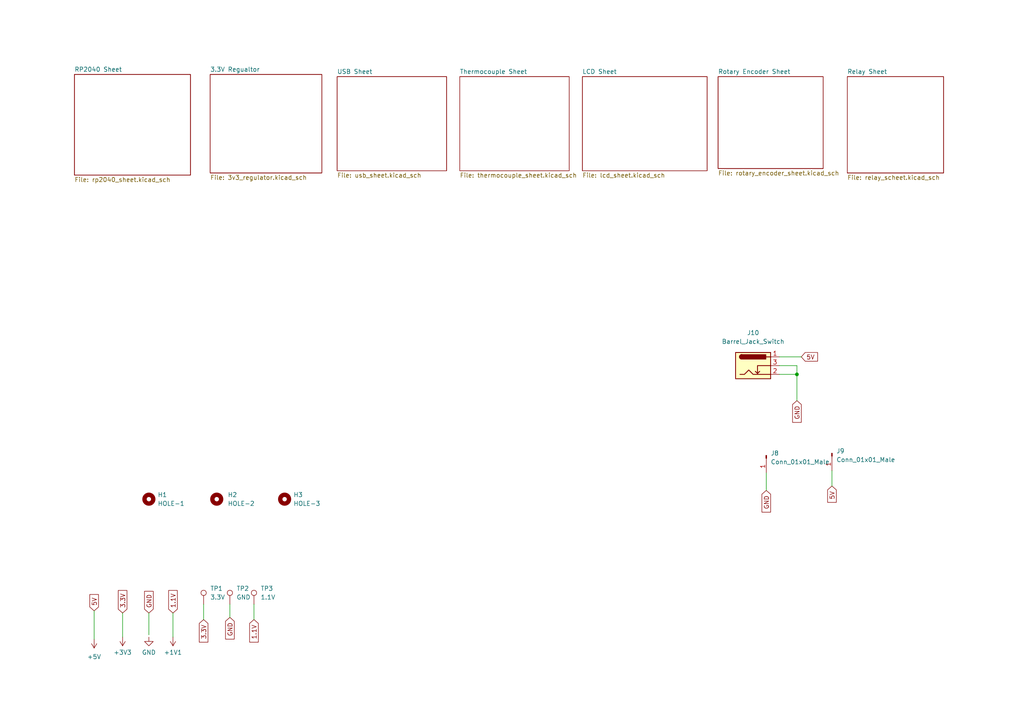
<source format=kicad_sch>
(kicad_sch (version 20211123) (generator eeschema)
  (paper "A4")
  (lib_symbols
    (symbol "Connector:Barrel_Jack_Switch" (pin_names hide)
      (property "Reference" "J" (at 0 5.334 0))
      (property "Value" "Barrel_Jack_Switch" (at 0 -5.08 0))
      (symbol "Barrel_Jack_Switch_0_1"
        (rectangle (start -5.08 3.81) (end 5.08 -3.81) (stroke (width 0.254)) (fill (type background)))
        (arc (start -3.302 3.175) (mid -3.937 2.54) (end -3.302 1.905) (stroke (width 0.254)))
        (arc (start -3.302 3.175) (mid -3.937 2.54) (end -3.302 1.905) (stroke (width 0.254)) (fill (type outline)))
        (polyline (pts (xy 1.27 -2.286) (xy 1.905 -1.651)) (stroke (width 0.254)))
        (polyline (pts (xy 5.08 2.54) (xy 3.81 2.54)) (stroke (width 0.254)))
        (polyline (pts (xy 5.08 0) (xy 1.27 0) (xy 1.27 -2.286) (xy 0.635 -1.651)) (stroke (width 0.254)))
        (polyline (pts (xy -3.81 -2.54) (xy -2.54 -2.54) (xy -1.27 -1.27) (xy 0 -2.54) (xy 2.54 -2.54) (xy 5.08 -2.54)) (stroke (width 0.254)))
        (rectangle (start 3.683 3.175) (end -3.302 1.905) (stroke (width 0.254)) (fill (type outline)))
      )
      (symbol "Barrel_Jack_Switch_1_1"
        (pin passive line (at 7.62 2.54 180) (length 2.54) (name "~") (number "1"))
        (pin passive line (at 7.62 -2.54 180) (length 2.54) (name "~") (number "2"))
        (pin passive line (at 7.62 0 180) (length 2.54) (name "~") (number "3"))
      )
    )
    (symbol "Connector:Conn_01x01_Male" (pin_names (offset 1.016) hide)
      (property "Reference" "J" (at 0 2.54 0))
      (property "Value" "Conn_01x01_Male" (at 0 -2.54 0))
      (symbol "Conn_01x01_Male_1_1"
        (polyline (pts (xy 1.27 0) (xy 0.8636 0)) (stroke (width 0.1524)))
        (rectangle (start 0.8636 0.127) (end 0 -0.127) (stroke (width 0.1524)) (fill (type outline)))
        (pin passive line (at 5.08 0 180) (length 3.81) (name "Pin_1") (number "1"))
      )
    )
    (symbol "Connector:TestPoint" (pin_numbers hide) (pin_names (offset 0.762) hide)
      (property "Reference" "TP" (at 0 6.858 0))
      (property "Value" "TestPoint" (at 0 5.08 0))
      (symbol "TestPoint_0_1"
        (circle (center 0 3.302) (radius 0.762))
      )
      (symbol "TestPoint_1_1"
        (pin passive line (at 0 0 90) (length 2.54) (name "1") (number "1"))
      )
    )
    (symbol "Mechanical:MountingHole" (pin_names (offset 1.016))
      (property "Reference" "H" (at 0 5.08 0))
      (property "Value" "MountingHole" (at 0 3.175 0))
      (symbol "MountingHole_0_1"
        (circle (center 0 0) (radius 1.27) (stroke (width 1.27)))
      )
    )
    (symbol "power:+1V1" (power) (pin_names (offset 0))
      (property "Value" "+1V1" (at 0 3.556 0))
      (symbol "+1V1_0_1"
        (polyline (pts (xy -0.762 1.27) (xy 0 2.54)))
        (polyline (pts (xy 0 0) (xy 0 2.54)))
        (polyline (pts (xy 0 2.54) (xy 0.762 1.27)))
      )
      (symbol "+1V1_1_1"
        (pin power_in line (at 0 0 90) (length 0) hide (name "+1V1") (number "1"))
      )
    )
    (symbol "power:+3.3V" (power) (pin_names (offset 0))
      (property "Value" "+3.3V" (at 0 3.556 0))
      (symbol "+3.3V_0_1"
        (polyline (pts (xy -0.762 1.27) (xy 0 2.54)))
        (polyline (pts (xy 0 0) (xy 0 2.54)))
        (polyline (pts (xy 0 2.54) (xy 0.762 1.27)))
      )
      (symbol "+3.3V_1_1"
        (pin power_in line (at 0 0 90) (length 0) hide (name "+3V3") (number "1"))
      )
    )
    (symbol "power:+5V" (power) (pin_names (offset 0))
      (property "Value" "+5V" (at 0 3.556 0))
      (symbol "+5V_0_1"
        (polyline (pts (xy -0.762 1.27) (xy 0 2.54)))
        (polyline (pts (xy 0 0) (xy 0 2.54)))
        (polyline (pts (xy 0 2.54) (xy 0.762 1.27)))
      )
      (symbol "+5V_1_1"
        (pin power_in line (at 0 0 90) (length 0) hide (name "+5V") (number "1"))
      )
    )
    (symbol "power:GND" (power) (pin_names (offset 0))
      (property "Value" "GND" (at 0 -3.81 0))
      (symbol "GND_0_1"
        (polyline (pts (xy 0 0) (xy 0 -1.27) (xy 1.27 -1.27) (xy 0 -2.54) (xy -1.27 -1.27) (xy 0 -1.27)))
      )
      (symbol "GND_1_1"
        (pin power_in line (at 0 0 270) (length 0) hide (name "GND") (number "1"))
      )
    )
  )
  (junction (at 231.14 108.585))
  (wire (pts (xy 35.56 177.8) (xy 35.56 184.785)))
  (wire (pts (xy 226.06 106.045) (xy 231.14 106.045)))
  (wire (pts (xy 73.66 175.26) (xy 73.66 179.705)))
  (wire (pts (xy 231.14 108.585) (xy 231.14 116.205)))
  (wire (pts (xy 231.14 106.045) (xy 231.14 108.585)))
  (wire (pts (xy 226.06 108.585) (xy 231.14 108.585)))
  (wire (pts (xy 50.165 177.8) (xy 50.165 184.785)))
  (wire (pts (xy 222.25 142.24) (xy 222.25 137.16)))
  (wire (pts (xy 43.18 177.8) (xy 43.18 184.15)))
  (wire (pts (xy 27.305 177.165) (xy 27.305 185.42)))
  (wire (pts (xy 59.055 175.26) (xy 59.055 179.705)))
  (wire (pts (xy 226.06 103.505) (xy 232.41 103.505)))
  (wire (pts (xy 241.3 136.525) (xy 241.3 140.97)))
  (wire (pts (xy 66.675 175.26) (xy 66.675 179.07)))
  (global_label "GND" (shape input) (at 43.18 177.8 90) (property "Intersheet References" "${INTERSHEET_REFS}" (effects hide)))
  (global_label "3.3V" (shape input) (at 59.055 179.705 270) (property "Intersheet References" "${INTERSHEET_REFS}" (effects hide)))
  (global_label "1.1V" (shape input) (at 50.165 177.8 90) (property "Intersheet References" "${INTERSHEET_REFS}" (effects hide)))
  (global_label "1.1V" (shape input) (at 73.66 179.705 270) (property "Intersheet References" "${INTERSHEET_REFS}" (effects hide)))
  (global_label "GND" (shape input) (at 66.675 179.07 270) (property "Intersheet References" "${INTERSHEET_REFS}" (effects hide)))
  (global_label "5V" (shape input) (at 27.305 177.165 90) (property "Intersheet References" "${INTERSHEET_REFS}" (effects hide)))
  (global_label "GND" (shape input) (at 222.25 142.24 270) (property "Intersheet References" "${INTERSHEET_REFS}" (effects hide)))
  (global_label "5V" (shape input) (at 232.41 103.505 0) (property "Intersheet References" "${INTERSHEET_REFS}" (effects hide)))
  (global_label "3.3V" (shape input) (at 35.56 177.8 90) (property "Intersheet References" "${INTERSHEET_REFS}" (effects hide)))
  (global_label "5V" (shape input) (at 241.3 140.97 270) (property "Intersheet References" "${INTERSHEET_REFS}" (effects hide)))
  (global_label "GND" (shape input) (at 231.14 116.205 270) (property "Intersheet References" "${INTERSHEET_REFS}" (effects hide)))
  (symbol (lib_id "Connector:Conn_01x01_Male") (at 222.25 132.08 270) (unit 1)
    (property "Reference" "J8" (at 223.52 131.4449 90) (effects (justify left)))
    (property "Value" "Conn_01x01_Male" (at 223.52 133.9849 90) (effects (justify left)))
    (property "Footprint" "Connector_PinHeader_2.54mm:PinHeader_1x01_P2.54mm_Vertical" (effects hide))
  )
  (symbol (lib_id "Mechanical:MountingHole") (at 82.55 144.78 0) (unit 1)
    (property "Reference" "H3" (at 85.09 143.5099 0) (effects (justify left)))
    (property "Value" "HOLE-3" (at 85.09 146.0499 0) (effects (justify left)))
    (property "Footprint" "MountingHole:MountingHole_2.2mm_M2_Pad_Via" (effects hide))
  )
  (symbol (lib_id "Connector:Barrel_Jack_Switch") (at 218.44 106.045 0) (unit 1)
    (property "Reference" "J10" (at 218.44 96.52 0))
    (property "Value" "Barrel_Jack_Switch" (at 218.44 99.06 0))
    (property "Footprint" "Connector_BarrelJack:BarrelJack_Horizontal" (effects hide))
  )
  (symbol (lib_id "Mechanical:MountingHole") (at 62.865 144.78 0) (unit 1)
    (property "Reference" "H2" (at 66.04 143.5099 0) (effects (justify left)))
    (property "Value" "HOLE-2" (at 66.04 146.0499 0) (effects (justify left)))
    (property "Footprint" "MountingHole:MountingHole_2.2mm_M2_Pad_Via" (effects hide))
  )
  (symbol (lib_id "Connector:TestPoint") (at 66.675 175.26 0) (unit 1)
    (property "Reference" "TP2" (at 68.58 170.6879 0) (effects (justify left)))
    (property "Value" "GND" (at 68.58 173.2279 0) (effects (justify left)))
    (property "Footprint" "TestPoint:TestPoint_Pad_D2.0mm" (effects hide))
  )
  (symbol (lib_id "Mechanical:MountingHole") (at 43.18 144.78 0) (unit 1)
    (property "Reference" "H1" (at 45.72 143.5099 0) (effects (justify left)))
    (property "Value" "HOLE-1" (at 45.72 146.0499 0) (effects (justify left)))
    (property "Footprint" "MountingHole:MountingHole_2.2mm_M2_Pad_Via" (effects hide))
  )
  (symbol (lib_id "Connector:TestPoint") (at 73.66 175.26 0) (unit 1)
    (property "Reference" "TP3" (at 75.565 170.6879 0) (effects (justify left)))
    (property "Value" "1.1V" (at 75.565 173.2279 0) (effects (justify left)))
    (property "Footprint" "TestPoint:TestPoint_Pad_D2.0mm" (effects hide))
  )
  (symbol (lib_id "Connector:Conn_01x01_Male") (at 241.3 131.445 270) (unit 1)
    (property "Reference" "J9" (at 242.57 130.8099 90) (effects (justify left)))
    (property "Value" "Conn_01x01_Male" (at 242.57 133.3499 90) (effects (justify left)))
    (property "Footprint" "Connector_PinHeader_2.54mm:PinHeader_1x01_P2.54mm_Vertical" (effects hide))
  )
  (symbol (lib_id "power:GND") (at 43.18 184.785 0) (unit 1)
    (property "Reference" "#PWR0102" (effects hide))
    (property "Value" "GND" (at 43.18 189.23 0))
  )
  (symbol (lib_id "power:+5V") (at 27.305 185.42 180) (unit 1)
    (property "Reference" "#PWR01" (effects hide))
    (property "Value" "+5V" (at 27.305 190.5 0))
  )
  (symbol (lib_id "power:+1V1") (at 50.165 184.785 180) (unit 1)
    (property "Reference" "#PWR0101" (effects hide))
    (property "Value" "+1V1" (at 50.165 189.23 0))
  )
  (symbol (lib_id "power:+3.3V") (at 35.56 184.785 180) (unit 1)
    (property "Reference" "#PWR0103" (effects hide))
    (property "Value" "+3.3V" (at 35.56 189.23 0))
  )
  (symbol (lib_id "Connector:TestPoint") (at 59.055 175.26 0) (unit 1)
    (property "Reference" "TP1" (at 60.96 170.6879 0) (effects (justify left)))
    (property "Value" "3.3V" (at 60.96 173.2279 0) (effects (justify left)))
    (property "Footprint" "TestPoint:TestPoint_Pad_D2.0mm" (effects hide))
  )
  (sheet (at 168.91 22.225) (size 36.195 27.305) (stroke (width 0.1524))
    (property "Sheet name" "LCD Sheet" (at 168.91 21.5134 0) (effects (justify left bottom)))
    (property "Sheet file" "lcd_sheet.kicad_sch" (at 168.91 50.1146 0) (effects (justify left top)))
  )
  (sheet (at 245.745 22.225) (size 27.94 27.94) (stroke (width 0.1524))
    (property "Sheet name" "Relay Sheet" (at 245.745 21.5134 0) (effects (justify left bottom)))
    (property "Sheet file" "relay_scheet.kicad_sch" (at 245.745 50.7496 0) (effects (justify left top)))
  )
  (sheet (at 133.35 22.225) (size 31.75 27.305) (stroke (width 0.1524))
    (property "Sheet name" "Thermocouple Sheet" (at 133.35 21.5134 0) (effects (justify left bottom)))
    (property "Sheet file" "thermocouple_sheet.kicad_sch" (at 133.35 50.1146 0) (effects (justify left top)))
  )
  (sheet (at 208.28 22.225) (size 30.48 26.67) (stroke (width 0.1524))
    (property "Sheet name" "Rotary Encoder Sheet" (at 208.28 21.5134 0) (effects (justify left bottom)))
    (property "Sheet file" "rotary_encoder_sheet.kicad_sch" (at 208.28 49.4796 0) (effects (justify left top)))
  )
  (sheet (at 21.59 21.59) (size 33.655 29.21) (stroke (width 0.1524))
    (property "Sheet name" "RP2040 Sheet" (at 21.59 20.8784 0) (effects (justify left bottom)))
    (property "Sheet file" "rp2040_sheet.kicad_sch" (at 21.59 51.3846 0) (effects (justify left top)))
  )
  (sheet (at 97.79 22.225) (size 31.75 27.305) (stroke (width 0.1524))
    (property "Sheet name" "USB Sheet" (at 97.79 21.5134 0) (effects (justify left bottom)))
    (property "Sheet file" "usb_sheet.kicad_sch" (at 97.79 50.1146 0) (effects (justify left top)))
  )
  (sheet (at 60.96 21.59) (size 32.385 28.575) (stroke (width 0.1524))
    (property "Sheet name" "3.3V Regualtor" (at 60.96 20.8784 0) (effects (justify left bottom)))
    (property "Sheet file" "3v3_regulator.kicad_sch" (at 60.96 50.7496 0) (effects (justify left top)))
  )
)
</source>
